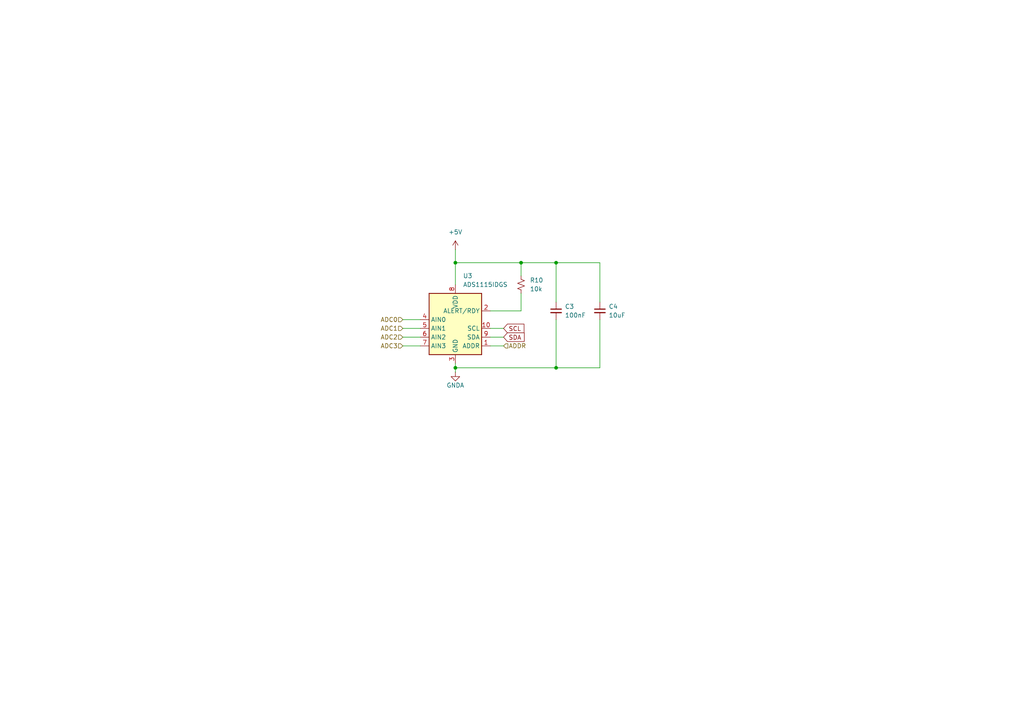
<source format=kicad_sch>
(kicad_sch (version 20231120) (generator "eeschema") (generator_version "8.0")
  (paper "A4")
  (lib_symbols
    (symbol "Analog_ADC:ADS1015IDGS"
      (property "Reference" "U" (at 2.54 13.97 0))
      (property "Value" "ADS1015IDGS" (at 7.62 11.43 0))
      (symbol "ADS1015IDGS_0_1"
        (rectangle (start -7.62 10.16) (end 7.62 -7.62) (stroke (width 0.254)) (fill (type background)))
      )
      (symbol "ADS1015IDGS_1_1"
        (pin input line (at 10.16 -5.08 180) (length 2.54) (name "ADDR") (number "1"))
        (pin input line (at 10.16 0 180) (length 2.54) (name "SCL") (number "10"))
        (pin output line (at 10.16 5.08 180) (length 2.54) (name "ALERT/RDY") (number "2"))
        (pin power_in line (at 0 -10.16 90) (length 2.54) (name "GND") (number "3"))
        (pin input line (at -10.16 2.54 0) (length 2.54) (name "AIN0") (number "4"))
        (pin input line (at -10.16 0 0) (length 2.54) (name "AIN1") (number "5"))
        (pin input line (at -10.16 -2.54 0) (length 2.54) (name "AIN2") (number "6"))
        (pin input line (at -10.16 -5.08 0) (length 2.54) (name "AIN3") (number "7"))
        (pin power_in line (at 0 12.7 270) (length 2.54) (name "VDD") (number "8"))
        (pin bidirectional line (at 10.16 -2.54 180) (length 2.54) (name "SDA") (number "9"))
      )
    )
    (symbol "Device:C_Small" (pin_numbers hide) (pin_names (offset 0.254) hide)
      (property "Reference" "C" (at 0.254 1.778 0))
      (property "Value" "C_Small" (at 0.254 -2.032 0))
      (symbol "C_Small_0_1"
        (polyline (pts (xy -1.524 -0.508) (xy 1.524 -0.508)) (stroke (width 0.3302)))
        (polyline (pts (xy -1.524 0.508) (xy 1.524 0.508)) (stroke (width 0.3048)))
      )
      (symbol "C_Small_1_1"
        (pin passive line (at 0 2.54 270) (length 2.032) (name "~") (number "1"))
        (pin passive line (at 0 -2.54 90) (length 2.032) (name "~") (number "2"))
      )
    )
    (symbol "Device:R_Small_US" (pin_numbers hide) (pin_names (offset 0.254) hide)
      (property "Reference" "R" (at 0.762 0.508 0))
      (property "Value" "R_Small_US" (at 0.762 -1.016 0))
      (symbol "R_Small_US_1_1"
        (polyline (pts (xy 0 0) (xy 1.016 -0.381) (xy 0 -0.762) (xy -1.016 -1.143) (xy 0 -1.524)))
        (polyline (pts (xy 0 1.524) (xy 1.016 1.143) (xy 0 0.762) (xy -1.016 0.381) (xy 0 0)))
        (pin passive line (at 0 2.54 270) (length 1.016) (name "~") (number "1"))
        (pin passive line (at 0 -2.54 90) (length 1.016) (name "~") (number "2"))
      )
    )
    (symbol "power:+5V" (power) (pin_numbers hide) (pin_names (offset 0) hide)
      (property "Value" "+5V" (at 0 3.556 0))
      (symbol "+5V_0_1"
        (polyline (pts (xy -0.762 1.27) (xy 0 2.54)))
        (polyline (pts (xy 0 0) (xy 0 2.54)))
        (polyline (pts (xy 0 2.54) (xy 0.762 1.27)))
      )
      (symbol "+5V_1_1"
        (pin power_in line (at 0 0 90) (length 0) (name "~") (number "1"))
      )
    )
    (symbol "power:GNDA" (power) (pin_numbers hide) (pin_names (offset 0) hide)
      (property "Value" "GNDA" (at 0 -3.81 0))
      (symbol "GNDA_0_1"
        (polyline (pts (xy 0 0) (xy 0 -1.27) (xy 1.27 -1.27) (xy 0 -2.54) (xy -1.27 -1.27) (xy 0 -1.27)))
      )
      (symbol "GNDA_1_1"
        (pin power_in line (at 0 0 270) (length 0) (name "~") (number "1"))
      )
    )
  )
  (junction (at 132.08 76.2))
  (junction (at 151.13 76.2))
  (junction (at 132.08 106.68))
  (junction (at 161.29 106.68))
  (junction (at 161.29 76.2))
  (wire (pts (xy 116.84 95.25) (xy 121.92 95.25)))
  (wire (pts (xy 161.29 106.68) (xy 132.08 106.68)))
  (wire (pts (xy 151.13 90.17) (xy 151.13 85.09)))
  (wire (pts (xy 151.13 76.2) (xy 151.13 80.01)))
  (wire (pts (xy 132.08 76.2) (xy 151.13 76.2)))
  (wire (pts (xy 161.29 76.2) (xy 173.99 76.2)))
  (wire (pts (xy 116.84 97.79) (xy 121.92 97.79)))
  (wire (pts (xy 173.99 106.68) (xy 161.29 106.68)))
  (wire (pts (xy 116.84 92.71) (xy 121.92 92.71)))
  (wire (pts (xy 161.29 92.71) (xy 161.29 106.68)))
  (wire (pts (xy 132.08 72.39) (xy 132.08 76.2)))
  (wire (pts (xy 116.84 100.33) (xy 121.92 100.33)))
  (wire (pts (xy 132.08 106.68) (xy 132.08 107.95)))
  (wire (pts (xy 142.24 95.25) (xy 146.05 95.25)))
  (wire (pts (xy 173.99 92.71) (xy 173.99 106.68)))
  (wire (pts (xy 151.13 76.2) (xy 161.29 76.2)))
  (wire (pts (xy 142.24 97.79) (xy 146.05 97.79)))
  (wire (pts (xy 142.24 100.33) (xy 146.05 100.33)))
  (wire (pts (xy 161.29 76.2) (xy 161.29 87.63)))
  (wire (pts (xy 173.99 76.2) (xy 173.99 87.63)))
  (wire (pts (xy 132.08 76.2) (xy 132.08 82.55)))
  (wire (pts (xy 132.08 105.41) (xy 132.08 106.68)))
  (wire (pts (xy 142.24 90.17) (xy 151.13 90.17)))
  (global_label "SDA" (shape input) (at 146.05 97.79 0) (property "Intersheetrefs" "${INTERSHEET_REFS}" (effects (hide yes))))
  (global_label "SCL" (shape input) (at 146.05 95.25 0) (property "Intersheetrefs" "${INTERSHEET_REFS}" (effects (hide yes))))
  (hierarchical_label "ADC1" (shape input) (at 116.84 95.25 180))
  (hierarchical_label "ADC2" (shape input) (at 116.84 97.79 180))
  (hierarchical_label "ADDR" (shape input) (at 146.05 100.33 0))
  (hierarchical_label "ADC3" (shape input) (at 116.84 100.33 180))
  (hierarchical_label "ADC0" (shape input) (at 116.84 92.71 180))
  (symbol (lib_id "Device:C_Small") (at 173.99 90.17 0) (unit 1)
    (property "Reference" "C2" (at 176.53 88.9063 0) (effects (justify left)))
    (property "Value" "10uF" (at 176.53 91.4463 0) (effects (justify left)))
    (property "Footprint" "Capacitor_SMD:C_0805_2012Metric_Pad1.18x1.45mm_HandSolder" (effects (hide yes)))
    (property "LCSC" "C1952580" (effects (hide yes)))
    (instances (project "sendit" (path "" (reference "C4") (unit 1)) (path "" (reference "C2") (unit 1))))
  )
  (symbol (lib_id "Device:C_Small") (at 161.29 90.17 0) (unit 1)
    (property "Reference" "C1" (at 163.83 88.9063 0) (effects (justify left)))
    (property "Value" "100nF" (at 163.83 91.4463 0) (effects (justify left)))
    (property "Footprint" "Capacitor_SMD:C_0805_2012Metric_Pad1.18x1.45mm_HandSolder" (effects (hide yes)))
    (property "LCSC" "C49678" (effects (hide yes)))
    (instances (project "sendit" (path "" (reference "C3") (unit 1)) (path "" (reference "C1") (unit 1))))
  )
  (symbol (lib_id "Device:R_Small_US") (at 151.13 82.55 180) (unit 1)
    (property "Reference" "R2" (at 153.67 81.28 0) (effects (justify right)))
    (property "Value" "10k" (at 153.67 83.82 0) (effects (justify right)))
    (property "Footprint" "Resistor_SMD:R_0805_2012Metric_Pad1.20x1.40mm_HandSolder" (effects (hide yes)))
    (property "LCSC" "C84376" (effects (hide yes)))
    (instances (project "sendit" (path "" (reference "R10") (unit 1)) (path "" (reference "R2") (unit 1))))
  )
  (symbol (lib_id "Analog_ADC:ADS1015IDGS") (at 132.08 95.25 0) (unit 1)
    (property "Reference" "U1" (at 134.2741 80.01 0) (effects (justify left)))
    (property "Value" "ADS1115IDGS" (at 134.2741 82.55 0) (effects (justify left)))
    (property "Footprint" "Package_SO:TSSOP-10_3x3mm_P0.5mm" (effects (hide yes)))
    (property "Datasheet" "http://www.ti.com/lit/ds/symlink/ads1015.pdf" (effects (hide yes)))
    (property "Description" "Ultra-Small, Low-Power, I2C-Compatible, 3.3-kSPS, 12-Bit ADCs With Internal Reference, Oscillator, and Programmable Comparator, VSSOP-10" (effects (hide yes)))
    (instances (project "sendit" (path "" (reference "U3") (unit 1)) (path "" (reference "U1") (unit 1))))
  )
  (symbol (lib_id "power:GNDA") (at 132.08 107.95 0) (unit 1)
    (property "Reference" "#PWR03" (effects (hide yes)))
    (property "Value" "GNDA" (at 132.08 111.76 0))
    (property "Description" "Power symbol creates a global label with name \"GNDA\" , analog ground" (effects (hide yes)))
    (instances (project "sendit" (path "" (reference "#PWR022") (unit 1)) (path "" (reference "#PWR03") (unit 1))))
  )
  (symbol (lib_id "power:+5V") (at 132.08 72.39 0) (unit 1)
    (property "Reference" "#PWR02" (effects (hide yes)))
    (property "Value" "+5V" (at 132.08 67.31 0))
    (property "Description" "Power symbol creates a global label with name \"+5V\"" (effects (hide yes)))
    (instances (project "sendit" (path "" (reference "#PWR021") (unit 1)) (path "" (reference "#PWR02") (unit 1))))
  )
)
</source>
